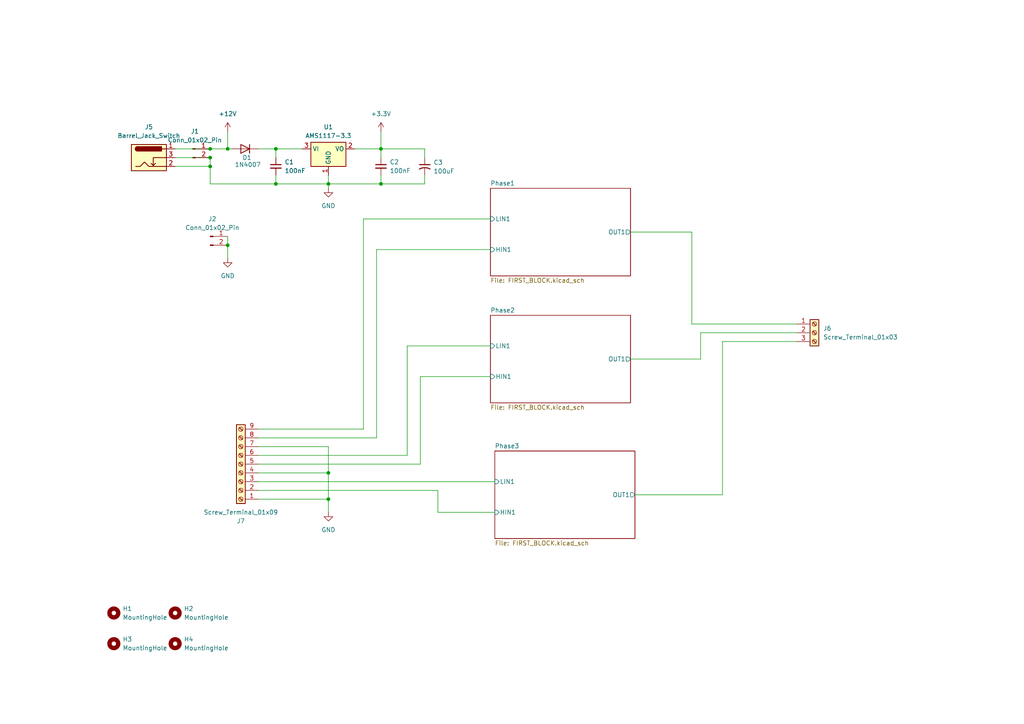
<source format=kicad_sch>
(kicad_sch (version 20250114) (generator "eeschema") (generator_version "9.0")
  (paper "A4")
  (lib_symbols
    (symbol "Connector:Barrel_Jack_Switch" (pin_names (hide yes))
      (property "Reference" "J" (at 0 5.334 0))
      (property "Value" "Barrel_Jack_Switch" (at 0 -5.08 0))
      (symbol "Barrel_Jack_Switch_0_1"
        (rectangle (start -5.08 3.81) (end 5.08 -3.81) (stroke (width 0.254)) (fill (type background)))
        (polyline (pts (xy -3.81 -2.54) (xy -2.54 -2.54) (xy -1.27 -1.27) (xy 0 -2.54) (xy 2.54 -2.54) (xy 5.08 -2.54)) (stroke (width 0.254)))
        (arc (start -3.302 1.905) (mid -3.9343 2.54) (end -3.302 3.175) (stroke (width 0.254)))
        (arc (start -3.302 1.905) (mid -3.9343 2.54) (end -3.302 3.175) (stroke (width 0.254)) (fill (type outline)))
        (polyline (pts (xy 1.27 -2.286) (xy 1.905 -1.651)) (stroke (width 0.254)))
        (rectangle (start 3.683 3.175) (end -3.302 1.905) (stroke (width 0.254)) (fill (type outline)))
        (polyline (pts (xy 5.08 2.54) (xy 3.81 2.54)) (stroke (width 0.254)))
        (polyline (pts (xy 5.08 0) (xy 1.27 0) (xy 1.27 -2.286) (xy 0.635 -1.651)) (stroke (width 0.254)))
      )
      (symbol "Barrel_Jack_Switch_1_1"
        (pin passive line (at 7.62 2.54 180) (length 2.54) (name "~") (number "1"))
        (pin passive line (at 7.62 0 180) (length 2.54) (name "~") (number "3"))
        (pin passive line (at 7.62 -2.54 180) (length 2.54) (name "~") (number "2"))
      )
    )
    (symbol "Connector:Conn_01x02_Pin" (pin_names (offset 1.016) (hide yes))
      (property "Reference" "J" (at 0 2.54 0))
      (property "Value" "Conn_01x02_Pin" (at 0 -5.08 0))
      (symbol "Conn_01x02_Pin_1_1"
        (rectangle (start 0.8636 0.127) (end 0 -0.127) (stroke (width 0.1524)) (fill (type outline)))
        (rectangle (start 0.8636 -2.413) (end 0 -2.667) (stroke (width 0.1524)) (fill (type outline)))
        (polyline (pts (xy 1.27 0) (xy 0.8636 0)) (stroke (width 0.1524)))
        (polyline (pts (xy 1.27 -2.54) (xy 0.8636 -2.54)) (stroke (width 0.1524)))
        (pin passive line (at 5.08 0 180) (length 3.81) (name "Pin_1") (number "1"))
        (pin passive line (at 5.08 -2.54 180) (length 3.81) (name "Pin_2") (number "2"))
      )
    )
    (symbol "Connector:Screw_Terminal_01x03" (pin_names (offset 1.016) (hide yes))
      (property "Reference" "J" (at 0 5.08 0))
      (property "Value" "Screw_Terminal_01x03" (at 0 -5.08 0))
      (symbol "Screw_Terminal_01x03_1_1"
        (rectangle (start -1.27 3.81) (end 1.27 -3.81) (stroke (width 0.254)) (fill (type background)))
        (polyline (pts (xy -0.5334 2.8702) (xy 0.3302 2.032)) (stroke (width 0.1524)))
        (polyline (pts (xy -0.5334 0.3302) (xy 0.3302 -0.508)) (stroke (width 0.1524)))
        (polyline (pts (xy -0.5334 -2.2098) (xy 0.3302 -3.048)) (stroke (width 0.1524)))
        (polyline (pts (xy -0.3556 3.048) (xy 0.508 2.2098)) (stroke (width 0.1524)))
        (polyline (pts (xy -0.3556 0.508) (xy 0.508 -0.3302)) (stroke (width 0.1524)))
        (polyline (pts (xy -0.3556 -2.032) (xy 0.508 -2.8702)) (stroke (width 0.1524)))
        (circle (center 0 2.54) (radius 0.635) (stroke (width 0.1524)))
        (circle (center 0 0) (radius 0.635) (stroke (width 0.1524)))
        (circle (center 0 -2.54) (radius 0.635) (stroke (width 0.1524)))
        (pin passive line (at -5.08 2.54 0) (length 3.81) (name "Pin_1") (number "1"))
        (pin passive line (at -5.08 0 0) (length 3.81) (name "Pin_2") (number "2"))
        (pin passive line (at -5.08 -2.54 0) (length 3.81) (name "Pin_3") (number "3"))
      )
    )
    (symbol "Connector:Screw_Terminal_01x09" (pin_names (offset 1.016) (hide yes))
      (property "Reference" "J" (at 0 12.7 0))
      (property "Value" "Screw_Terminal_01x09" (at 0 -12.7 0))
      (symbol "Screw_Terminal_01x09_1_1"
        (rectangle (start -1.27 11.43) (end 1.27 -11.43) (stroke (width 0.254)) (fill (type background)))
        (polyline (pts (xy -0.5334 10.4902) (xy 0.3302 9.652)) (stroke (width 0.1524)))
        (polyline (pts (xy -0.5334 7.9502) (xy 0.3302 7.112)) (stroke (width 0.1524)))
        (polyline (pts (xy -0.5334 5.4102) (xy 0.3302 4.572)) (stroke (width 0.1524)))
        (polyline (pts (xy -0.5334 2.8702) (xy 0.3302 2.032)) (stroke (width 0.1524)))
        (polyline (pts (xy -0.5334 0.3302) (xy 0.3302 -0.508)) (stroke (width 0.1524)))
        (polyline (pts (xy -0.5334 -2.2098) (xy 0.3302 -3.048)) (stroke (width 0.1524)))
        (polyline (pts (xy -0.5334 -4.7498) (xy 0.3302 -5.588)) (stroke (width 0.1524)))
        (polyline (pts (xy -0.5334 -7.2898) (xy 0.3302 -8.128)) (stroke (width 0.1524)))
        (polyline (pts (xy -0.5334 -9.8298) (xy 0.3302 -10.668)) (stroke (width 0.1524)))
        (polyline (pts (xy -0.3556 10.668) (xy 0.508 9.8298)) (stroke (width 0.1524)))
        (polyline (pts (xy -0.3556 8.128) (xy 0.508 7.2898)) (stroke (width 0.1524)))
        (polyline (pts (xy -0.3556 5.588) (xy 0.508 4.7498)) (stroke (width 0.1524)))
        (polyline (pts (xy -0.3556 3.048) (xy 0.508 2.2098)) (stroke (width 0.1524)))
        (polyline (pts (xy -0.3556 0.508) (xy 0.508 -0.3302)) (stroke (width 0.1524)))
        (polyline (pts (xy -0.3556 -2.032) (xy 0.508 -2.8702)) (stroke (width 0.1524)))
        (polyline (pts (xy -0.3556 -4.572) (xy 0.508 -5.4102)) (stroke (width 0.1524)))
        (polyline (pts (xy -0.3556 -7.112) (xy 0.508 -7.9502)) (stroke (width 0.1524)))
        (polyline (pts (xy -0.3556 -9.652) (xy 0.508 -10.4902)) (stroke (width 0.1524)))
        (circle (center 0 10.16) (radius 0.635) (stroke (width 0.1524)))
        (circle (center 0 7.62) (radius 0.635) (stroke (width 0.1524)))
        (circle (center 0 5.08) (radius 0.635) (stroke (width 0.1524)))
        (circle (center 0 2.54) (radius 0.635) (stroke (width 0.1524)))
        (circle (center 0 0) (radius 0.635) (stroke (width 0.1524)))
        (circle (center 0 -2.54) (radius 0.635) (stroke (width 0.1524)))
        (circle (center 0 -5.08) (radius 0.635) (stroke (width 0.1524)))
        (circle (center 0 -7.62) (radius 0.635) (stroke (width 0.1524)))
        (circle (center 0 -10.16) (radius 0.635) (stroke (width 0.1524)))
        (pin passive line (at -5.08 10.16 0) (length 3.81) (name "Pin_1") (number "1"))
        (pin passive line (at -5.08 7.62 0) (length 3.81) (name "Pin_2") (number "2"))
        (pin passive line (at -5.08 5.08 0) (length 3.81) (name "Pin_3") (number "3"))
        (pin passive line (at -5.08 2.54 0) (length 3.81) (name "Pin_4") (number "4"))
        (pin passive line (at -5.08 0 0) (length 3.81) (name "Pin_5") (number "5"))
        (pin passive line (at -5.08 -2.54 0) (length 3.81) (name "Pin_6") (number "6"))
        (pin passive line (at -5.08 -5.08 0) (length 3.81) (name "Pin_7") (number "7"))
        (pin passive line (at -5.08 -7.62 0) (length 3.81) (name "Pin_8") (number "8"))
        (pin passive line (at -5.08 -10.16 0) (length 3.81) (name "Pin_9") (number "9"))
      )
    )
    (symbol "Device:C_Small" (pin_numbers (hide yes)) (pin_names (offset 0.254) (hide yes))
      (property "Reference" "C" (at 0.254 1.778 0))
      (property "Value" "C_Small" (at 0.254 -2.032 0))
      (symbol "C_Small_0_1"
        (polyline (pts (xy -1.524 0.508) (xy 1.524 0.508)) (stroke (width 0.3048)))
        (polyline (pts (xy -1.524 -0.508) (xy 1.524 -0.508)) (stroke (width 0.3302)))
      )
      (symbol "C_Small_1_1"
        (pin passive line (at 0 2.54 270) (length 2.032) (name "~") (number "1"))
        (pin passive line (at 0 -2.54 90) (length 2.032) (name "~") (number "2"))
      )
    )
    (symbol "Device:C_Small_US" (pin_numbers (hide yes)) (pin_names (offset 0.254) (hide yes))
      (property "Reference" "C" (at 0.254 1.778 0))
      (property "Value" "C_Small_US" (at 0.254 -2.032 0))
      (symbol "C_Small_US_0_1"
        (polyline (pts (xy -1.524 0.508) (xy 1.524 0.508)) (stroke (width 0.3048)))
        (arc (start -1.524 -0.762) (mid 0 -0.3734) (end 1.524 -0.762) (stroke (width 0.3048)))
      )
      (symbol "C_Small_US_1_1"
        (pin passive line (at 0 2.54 270) (length 2.032) (name "~") (number "1"))
        (pin passive line (at 0 -2.54 90) (length 2.032) (name "~") (number "2"))
      )
    )
    (symbol "Diode:1N4007" (pin_numbers (hide yes)) (pin_names (hide yes))
      (property "Reference" "D" (at 0 2.54 0))
      (property "Value" "1N4007" (at 0 -2.54 0))
      (symbol "1N4007_0_1"
        (polyline (pts (xy -1.27 1.27) (xy -1.27 -1.27)) (stroke (width 0.254)))
        (polyline (pts (xy 1.27 1.27) (xy 1.27 -1.27) (xy -1.27 0) (xy 1.27 1.27)) (stroke (width 0.254)))
        (polyline (pts (xy 1.27 0) (xy -1.27 0)))
      )
      (symbol "1N4007_1_1"
        (pin passive line (at -3.81 0 0) (length 2.54) (name "K") (number "1"))
        (pin passive line (at 3.81 0 180) (length 2.54) (name "A") (number "2"))
      )
    )
    (symbol "Mechanical:MountingHole" (pin_names (offset 1.016)) (in_bom no)
      (property "Reference" "H" (at 0 5.08 0))
      (property "Value" "MountingHole" (at 0 3.175 0))
      (symbol "MountingHole_0_1"
        (circle (center 0 0) (radius 1.27) (stroke (width 1.27)))
      )
    )
    (symbol "Regulator_Linear:AMS1117-3.3"
      (property "Reference" "U" (at -3.81 3.175 0))
      (property "Value" "AMS1117-3.3" (at 0 3.175 0))
      (symbol "AMS1117-3.3_0_1"
        (rectangle (start -5.08 -5.08) (end 5.08 1.905) (stroke (width 0.254)) (fill (type background)))
      )
      (symbol "AMS1117-3.3_1_1"
        (pin power_in line (at -7.62 0 0) (length 2.54) (name "VI") (number "3"))
        (pin power_in line (at 0 -7.62 90) (length 2.54) (name "GND") (number "1"))
        (pin power_out line (at 7.62 0 180) (length 2.54) (name "VO") (number "2"))
      )
    )
    (symbol "power:GND" (power) (pin_numbers (hide yes)) (pin_names (offset 0) (hide yes))
      (property "Value" "GND" (at 0 -3.81 0))
      (symbol "GND_0_1"
        (polyline (pts (xy 0 0) (xy 0 -1.27) (xy 1.27 -1.27) (xy 0 -2.54) (xy -1.27 -1.27) (xy 0 -1.27)))
      )
      (symbol "GND_1_1"
        (pin power_in line (at 0 0 270) (length 0) (name "~") (number "1"))
      )
    )
    (symbol "power:VCC" (power) (pin_numbers (hide yes)) (pin_names (offset 0) (hide yes))
      (property "Value" "VCC" (at 0 3.556 0))
      (symbol "VCC_0_1"
        (polyline (pts (xy -0.762 1.27) (xy 0 2.54)))
        (polyline (pts (xy 0 2.54) (xy 0.762 1.27)))
        (polyline (pts (xy 0 0) (xy 0 2.54)))
      )
      (symbol "VCC_1_1"
        (pin power_in line (at 0 0 90) (length 0) (name "~") (number "1"))
      )
    )
  )
  (junction (at 95.25 144.78))
  (junction (at 110.49 53.34))
  (junction (at 60.96 43.18))
  (junction (at 66.04 43.18))
  (junction (at 95.25 53.34))
  (junction (at 110.49 43.18))
  (junction (at 80.01 43.18))
  (junction (at 95.25 137.16))
  (junction (at 80.01 53.34))
  (junction (at 60.96 48.26))
  (junction (at 60.96 45.72))
  (junction (at 66.04 71.12))
  (wire (pts (xy 50.8 48.26) (xy 60.96 48.26)))
  (wire (pts (xy 95.25 53.34) (xy 110.49 53.34)))
  (wire (pts (xy 127 148.59) (xy 127 142.24)))
  (wire (pts (xy 121.92 109.22) (xy 142.24 109.22)))
  (wire (pts (xy 66.04 71.12) (xy 66.04 74.93)))
  (wire (pts (xy 118.11 100.33) (xy 142.24 100.33)))
  (wire (pts (xy 66.04 68.58) (xy 66.04 71.12)))
  (wire (pts (xy 74.93 142.24) (xy 127 142.24)))
  (wire (pts (xy 74.93 134.62) (xy 121.92 134.62)))
  (wire (pts (xy 95.25 50.8) (xy 95.25 53.34)))
  (wire (pts (xy 95.25 137.16) (xy 95.25 144.78)))
  (wire (pts (xy 105.41 63.5) (xy 105.41 124.46)))
  (wire (pts (xy 50.8 45.72) (xy 60.96 45.72)))
  (wire (pts (xy 123.19 53.34) (xy 110.49 53.34)))
  (wire (pts (xy 182.88 104.14) (xy 203.2 104.14)))
  (wire (pts (xy 95.25 53.34) (xy 95.25 54.61)))
  (wire (pts (xy 74.93 127) (xy 109.22 127)))
  (wire (pts (xy 95.25 144.78) (xy 95.25 148.59)))
  (wire (pts (xy 74.93 137.16) (xy 95.25 137.16)))
  (wire (pts (xy 60.96 45.72) (xy 60.96 48.26)))
  (wire (pts (xy 60.96 43.18) (xy 66.04 43.18)))
  (wire (pts (xy 142.24 72.39) (xy 109.22 72.39)))
  (wire (pts (xy 109.22 72.39) (xy 109.22 127)))
  (wire (pts (xy 80.01 53.34) (xy 95.25 53.34)))
  (wire (pts (xy 80.01 43.18) (xy 80.01 45.72)))
  (wire (pts (xy 74.93 43.18) (xy 80.01 43.18)))
  (wire (pts (xy 110.49 50.8) (xy 110.49 53.34)))
  (wire (pts (xy 110.49 43.18) (xy 123.19 43.18)))
  (wire (pts (xy 123.19 43.18) (xy 123.19 45.72)))
  (wire (pts (xy 87.63 43.18) (xy 80.01 43.18)))
  (wire (pts (xy 74.93 129.54) (xy 95.25 129.54)))
  (wire (pts (xy 203.2 104.14) (xy 203.2 96.52)))
  (wire (pts (xy 74.93 144.78) (xy 95.25 144.78)))
  (wire (pts (xy 142.24 63.5) (xy 105.41 63.5)))
  (wire (pts (xy 143.51 148.59) (xy 127 148.59)))
  (wire (pts (xy 123.19 50.8) (xy 123.19 53.34)))
  (wire (pts (xy 200.66 67.31) (xy 200.66 93.98)))
  (wire (pts (xy 66.04 43.18) (xy 67.31 43.18)))
  (wire (pts (xy 60.96 48.26) (xy 60.96 53.34)))
  (wire (pts (xy 121.92 134.62) (xy 121.92 109.22)))
  (wire (pts (xy 209.55 99.06) (xy 231.14 99.06)))
  (wire (pts (xy 80.01 50.8) (xy 80.01 53.34)))
  (wire (pts (xy 209.55 143.51) (xy 184.15 143.51)))
  (wire (pts (xy 209.55 99.06) (xy 209.55 143.51)))
  (wire (pts (xy 110.49 43.18) (xy 110.49 45.72)))
  (wire (pts (xy 74.93 139.7) (xy 143.51 139.7)))
  (wire (pts (xy 110.49 38.1) (xy 110.49 43.18)))
  (wire (pts (xy 74.93 132.08) (xy 118.11 132.08)))
  (wire (pts (xy 60.96 53.34) (xy 80.01 53.34)))
  (wire (pts (xy 200.66 93.98) (xy 231.14 93.98)))
  (wire (pts (xy 203.2 96.52) (xy 231.14 96.52)))
  (wire (pts (xy 66.04 38.1) (xy 66.04 43.18)))
  (wire (pts (xy 74.93 124.46) (xy 105.41 124.46)))
  (wire (pts (xy 118.11 132.08) (xy 118.11 100.33)))
  (wire (pts (xy 102.87 43.18) (xy 110.49 43.18)))
  (wire (pts (xy 50.8 43.18) (xy 60.96 43.18)))
  (wire (pts (xy 182.88 67.31) (xy 200.66 67.31)))
  (wire (pts (xy 95.25 129.54) (xy 95.25 137.16)))
  (symbol (lib_id "Connector:Conn_01x02_Pin") (at 60.96 68.58 0) (unit 1)
    (property "Reference" "J2" (at 61.595 63.5 0))
    (property "Value" "Conn_01x02_Pin" (at 61.595 66.04 0))
    (property "Footprint" "Connector_PinSocket_2.54mm:PinSocket_1x02_P2.54mm_Vertical" (effects (hide yes)))
    (property "Description" "Generic connector, single row, 01x02, script generated" (effects (hide yes)))
  )
  (symbol (lib_id "Regulator_Linear:AMS1117-3.3") (at 95.25 43.18 0) (unit 1)
    (property "Reference" "U1" (at 95.25 36.83 0))
    (property "Value" "AMS1117-3.3" (at 95.25 39.37 0))
    (property "Footprint" "Package_TO_SOT_SMD:SOT-223-3_TabPin2" (effects (hide yes)))
    (property "Datasheet" "http://www.advanced-monolithic.com/pdf/ds1117.pdf" (effects (hide yes)))
    (property "Description" "1A Low Dropout regulator, positive, 3.3V fixed output, SOT-223" (effects (hide yes)))
  )
  (symbol (lib_id "Connector:Conn_01x02_Pin") (at 55.88 43.18 0) (unit 1)
    (property "Reference" "J1" (at 56.515 38.1 0))
    (property "Value" "Conn_01x02_Pin" (at 56.515 40.64 0))
    (property "Footprint" "Connector_PinSocket_2.54mm:PinSocket_1x02_P2.54mm_Vertical" (effects (hide yes)))
    (property "Description" "Generic connector, single row, 01x02, script generated" (effects (hide yes)))
  )
  (symbol (lib_id "Connector:Screw_Terminal_01x03") (at 236.22 96.52 0) (unit 1)
    (property "Reference" "J6" (at 238.76 95.2499 0) (effects (justify left)))
    (property "Value" "Screw_Terminal_01x03" (at 238.76 97.7899 0) (effects (justify left)))
    (property "Footprint" "TerminalBlock_Phoenix:TerminalBlock_Phoenix_MKDS-1,5-3_1x03_P5.00mm_Horizontal" (effects (hide yes)))
    (property "Description" "Generic screw terminal, single row, 01x03, script generated (kicad-library-utils/schlib/autogen/connector/)" (effects (hide yes)))
  )
  (symbol (lib_id "power:GND") (at 95.25 148.59 0) (unit 1)
    (property "Reference" "#PWR04" (effects (hide yes)))
    (property "Value" "GND" (at 95.25 153.67 0))
    (property "Description" "Power symbol creates a global label with name \"GND\" , ground" (effects (hide yes)))
  )
  (symbol (lib_id "power:GND") (at 95.25 54.61 0) (unit 1)
    (property "Reference" "#PWR03" (effects (hide yes)))
    (property "Value" "GND" (at 95.25 59.69 0))
    (property "Description" "Power symbol creates a global label with name \"GND\" , ground" (effects (hide yes)))
  )
  (symbol (lib_id "power:VCC") (at 66.04 38.1 0) (unit 1)
    (property "Reference" "#PWR01" (effects (hide yes)))
    (property "Value" "+12V" (at 66.04 33.02 0))
    (property "Description" "Power symbol creates a global label with name \"VCC\"" (effects (hide yes)))
  )
  (symbol (lib_id "Connector:Barrel_Jack_Switch") (at 43.18 45.72 0) (unit 1)
    (property "Reference" "J5" (at 43.18 36.83 0))
    (property "Value" "Barrel_Jack_Switch" (at 43.18 39.37 0))
    (property "Footprint" "Connector_BarrelJack:BarrelJack_Kycon_KLDX-0202-xC_Horizontal" (effects (hide yes)))
    (property "Description" "DC Barrel Jack with an internal switch" (effects (hide yes)))
  )
  (symbol (lib_id "Mechanical:MountingHole") (at 33.02 177.8 0) (unit 1) (in_bom no)
    (property "Reference" "H1" (at 35.56 176.5299 0) (effects (justify left)))
    (property "Value" "MountingHole" (at 35.56 179.0699 0) (effects (justify left)))
    (property "Footprint" "MountingHole:MountingHole_2.2mm_M2_DIN965" (effects (hide yes)))
    (property "Description" "Mounting Hole without connection" (effects (hide yes)))
  )
  (symbol (lib_id "Diode:1N4007") (at 71.12 43.18 180) (unit 1)
    (property "Reference" "D1" (at 71.628 45.72 0))
    (property "Value" "1N4007" (at 71.882 47.752 0))
    (property "Footprint" "Diode_THT:D_DO-41_SOD81_P10.16mm_Horizontal" (effects (hide yes)))
    (property "Datasheet" "http://www.vishay.com/docs/88503/1n4001.pdf" (effects (hide yes)))
    (property "Description" "1000V 1A General Purpose Rectifier Diode, DO-41" (effects (hide yes)))
    (property "Sim.Device" "D" (effects (hide yes)))
    (property "Sim.Pins" "1=K 2=A" (effects (hide yes)))
  )
  (symbol (lib_id "power:VCC") (at 110.49 38.1 0) (unit 1)
    (property "Reference" "#PWR05" (effects (hide yes)))
    (property "Value" "+3.3V" (at 110.49 33.02 0))
    (property "Description" "Power symbol creates a global label with name \"VCC\"" (effects (hide yes)))
  )
  (symbol (lib_id "Connector:Screw_Terminal_01x09") (at 69.85 134.62 180) (unit 1)
    (property "Reference" "J7" (at 69.85 151.13 0))
    (property "Value" "Screw_Terminal_01x09" (at 69.85 148.59 0))
    (property "Footprint" "TerminalBlock_Phoenix:TerminalBlock_Phoenix_MKDS-1,5-9_1x09_P5.00mm_Horizontal" (effects (hide yes)))
    (property "Description" "Generic screw terminal, single row, 01x09, script generated (kicad-library-utils/schlib/autogen/connector/)" (effects (hide yes)))
  )
  (symbol (lib_id "Device:C_Small_US") (at 123.19 48.26 0) (unit 1)
    (property "Reference" "C3" (at 125.73 47.1169 0) (effects (justify left)))
    (property "Value" "100uF" (at 125.73 49.6569 0) (effects (justify left)))
    (property "Footprint" "Capacitor_THT:CP_Radial_D10.0mm_P5.00mm" (effects (hide yes)))
    (property "Description" "capacitor, small US symbol" (effects (hide yes)))
  )
  (symbol (lib_id "Device:C_Small") (at 80.01 48.26 0) (unit 1)
    (property "Reference" "C1" (at 82.55 46.9962 0) (effects (justify left)))
    (property "Value" "100nF" (at 82.55 49.5362 0) (effects (justify left)))
    (property "Footprint" "Capacitor_THT:C_Disc_D3.8mm_W2.6mm_P2.50mm" (effects (hide yes)))
    (property "Description" "Unpolarized capacitor, small symbol" (effects (hide yes)))
  )
  (symbol (lib_id "Mechanical:MountingHole") (at 50.8 186.69 0) (unit 1) (in_bom no)
    (property "Reference" "H4" (at 53.34 185.4199 0) (effects (justify left)))
    (property "Value" "MountingHole" (at 53.34 187.9599 0) (effects (justify left)))
    (property "Footprint" "MountingHole:MountingHole_2.2mm_M2_DIN965" (effects (hide yes)))
    (property "Description" "Mounting Hole without connection" (effects (hide yes)))
  )
  (symbol (lib_id "Device:C_Small") (at 110.49 48.26 0) (unit 1)
    (property "Reference" "C2" (at 113.03 46.9962 0) (effects (justify left)))
    (property "Value" "100nF" (at 113.03 49.5362 0) (effects (justify left)))
    (property "Footprint" "Capacitor_THT:C_Disc_D3.8mm_W2.6mm_P2.50mm" (effects (hide yes)))
    (property "Description" "Unpolarized capacitor, small symbol" (effects (hide yes)))
  )
  (symbol (lib_id "Mechanical:MountingHole") (at 50.8 177.8 0) (unit 1) (in_bom no)
    (property "Reference" "H2" (at 53.34 176.5299 0) (effects (justify left)))
    (property "Value" "MountingHole" (at 53.34 179.0699 0) (effects (justify left)))
    (property "Footprint" "MountingHole:MountingHole_2.2mm_M2_DIN965" (effects (hide yes)))
    (property "Description" "Mounting Hole without connection" (effects (hide yes)))
  )
  (symbol (lib_id "power:GND") (at 66.04 74.93 0) (unit 1)
    (property "Reference" "#PWR02" (effects (hide yes)))
    (property "Value" "GND" (at 66.04 80.01 0))
    (property "Description" "Power symbol creates a global label with name \"GND\" , ground" (effects (hide yes)))
  )
  (symbol (lib_id "Mechanical:MountingHole") (at 33.02 186.69 0) (unit 1) (in_bom no)
    (property "Reference" "H3" (at 35.56 185.4199 0) (effects (justify left)))
    (property "Value" "MountingHole" (at 35.56 187.9599 0) (effects (justify left)))
    (property "Footprint" "MountingHole:MountingHole_2.2mm_M2_DIN965" (effects (hide yes)))
    (property "Description" "Mounting Hole without connection" (effects (hide yes)))
  )
  (sheet (at 143.51 130.81) (size 40.64 25.4) (stroke (width 0.1524))
    (property "Sheetname" "Phase3" (at 143.51 130.0984 0) (effects (justify left bottom)))
    (property "Sheetfile" "FIRST_BLOCK.kicad_sch" (at 143.51 156.7946 0) (effects (justify left top)))
    (pin "LIN1" input (at 143.51 139.7 180))
    (pin "OUT1" output (at 184.15 143.51 0))
    (pin "HIN1" input (at 143.51 148.59 180))
  )
  (sheet (at 142.24 54.61) (size 40.64 25.4) (stroke (width 0.1524))
    (property "Sheetname" "Phase1" (at 142.24 53.8984 0) (effects (justify left bottom)))
    (property "Sheetfile" "FIRST_BLOCK.kicad_sch" (at 142.24 80.5946 0) (effects (justify left top)))
    (pin "LIN1" input (at 142.24 63.5 180))
    (pin "OUT1" output (at 182.88 67.31 0))
    (pin "HIN1" input (at 142.24 72.39 180))
  )
  (sheet (at 142.24 91.44) (size 40.64 25.4) (stroke (width 0.1524))
    (property "Sheetname" "Phase2" (at 142.24 90.7284 0) (effects (justify left bottom)))
    (property "Sheetfile" "FIRST_BLOCK.kicad_sch" (at 142.24 117.4246 0) (effects (justify left top)))
    (pin "LIN1" input (at 142.24 100.33 180))
    (pin "OUT1" output (at 182.88 104.14 0))
    (pin "HIN1" input (at 142.24 109.22 180))
  )
)
</source>
